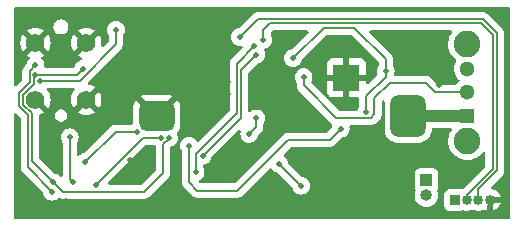
<source format=gbr>
%TF.GenerationSoftware,KiCad,Pcbnew,8.0.6*%
%TF.CreationDate,2025-01-20T01:55:32+01:00*%
%TF.ProjectId,Thermometer_CD_Project,54686572-6d6f-46d6-9574-65725f43445f,rev?*%
%TF.SameCoordinates,Original*%
%TF.FileFunction,Copper,L2,Bot*%
%TF.FilePolarity,Positive*%
%FSLAX46Y46*%
G04 Gerber Fmt 4.6, Leading zero omitted, Abs format (unit mm)*
G04 Created by KiCad (PCBNEW 8.0.6) date 2025-01-20 01:55:32*
%MOMM*%
%LPD*%
G01*
G04 APERTURE LIST*
G04 Aperture macros list*
%AMRoundRect*
0 Rectangle with rounded corners*
0 $1 Rounding radius*
0 $2 $3 $4 $5 $6 $7 $8 $9 X,Y pos of 4 corners*
0 Add a 4 corners polygon primitive as box body*
4,1,4,$2,$3,$4,$5,$6,$7,$8,$9,$2,$3,0*
0 Add four circle primitives for the rounded corners*
1,1,$1+$1,$2,$3*
1,1,$1+$1,$4,$5*
1,1,$1+$1,$6,$7*
1,1,$1+$1,$8,$9*
0 Add four rect primitives between the rounded corners*
20,1,$1+$1,$2,$3,$4,$5,0*
20,1,$1+$1,$4,$5,$6,$7,0*
20,1,$1+$1,$6,$7,$8,$9,0*
20,1,$1+$1,$8,$9,$2,$3,0*%
G04 Aperture macros list end*
%TA.AperFunction,ComponentPad*%
%ADD10C,1.560000*%
%TD*%
%TA.AperFunction,ComponentPad*%
%ADD11R,1.000000X1.000000*%
%TD*%
%TA.AperFunction,ComponentPad*%
%ADD12O,1.000000X1.000000*%
%TD*%
%TA.AperFunction,ComponentPad*%
%ADD13C,0.600000*%
%TD*%
%TA.AperFunction,SMDPad,CuDef*%
%ADD14R,2.300000X2.300000*%
%TD*%
%TA.AperFunction,ComponentPad*%
%ADD15R,0.850000X0.850000*%
%TD*%
%TA.AperFunction,ComponentPad*%
%ADD16O,0.850000X0.850000*%
%TD*%
%TA.AperFunction,ComponentPad*%
%ADD17R,1.300000X1.300000*%
%TD*%
%TA.AperFunction,ComponentPad*%
%ADD18C,1.300000*%
%TD*%
%TA.AperFunction,ComponentPad*%
%ADD19C,2.250000*%
%TD*%
%TA.AperFunction,SMDPad,CuDef*%
%ADD20RoundRect,0.750000X-0.750000X1.050000X-0.750000X-1.050000X0.750000X-1.050000X0.750000X1.050000X0*%
%TD*%
%TA.AperFunction,SMDPad,CuDef*%
%ADD21RoundRect,0.650000X-0.850000X0.650000X-0.850000X-0.650000X0.850000X-0.650000X0.850000X0.650000X0*%
%TD*%
%TA.AperFunction,ViaPad*%
%ADD22C,0.500000*%
%TD*%
%TA.AperFunction,Conductor*%
%ADD23C,0.200000*%
%TD*%
%TA.AperFunction,Conductor*%
%ADD24C,1.000000*%
%TD*%
G04 APERTURE END LIST*
D10*
%TO.P,J3,1,MH1*%
%TO.N,GND*%
X140300000Y-90600000D03*
%TO.P,J3,2,MH2*%
X140300000Y-85800000D03*
%TO.P,J3,3,MH3*%
X144600000Y-90600000D03*
%TO.P,J3,4,MH4*%
X144600000Y-85800000D03*
%TD*%
D11*
%TO.P,J1,1,Pin_1*%
%TO.N,/thermocouple/T+*%
X173400000Y-97430000D03*
D12*
%TO.P,J1,2,Pin_2*%
%TO.N,/thermocouple/T-*%
X173400000Y-98700000D03*
%TD*%
D13*
%TO.P,U4,11,PGND*%
%TO.N,GND*%
X166121000Y-88250000D03*
X166121000Y-89250000D03*
D14*
X166620000Y-88750000D03*
D13*
X166621000Y-88750000D03*
X167121000Y-88250000D03*
X167121000Y-89250000D03*
%TD*%
D15*
%TO.P,U3,1,VDD*%
%TO.N,+3V3*%
X175800000Y-99100000D03*
D16*
%TO.P,U3,2,SCL*%
%TO.N,Net-(U2-IO22)*%
X176800000Y-99100000D03*
%TO.P,U3,3,SDA*%
%TO.N,Net-(U2-IO21)*%
X177800000Y-99100000D03*
%TO.P,U3,4,GND*%
%TO.N,GND*%
X178800000Y-99100000D03*
%TD*%
D17*
%TO.P,S1,1,NO*%
%TO.N,Net-(S1-NO)*%
X176876000Y-92000000D03*
D18*
%TO.P,S1,2,COM*%
%TO.N,Net-(S1-COM)*%
X176876000Y-90000000D03*
%TO.P,S1,3,NC*%
%TO.N,unconnected-(S1-NC-Pad3)*%
X176876000Y-88000000D03*
D19*
%TO.P,S1,4,MH1*%
%TO.N,unconnected-(S1-MH1-Pad4)*%
X176876000Y-94100000D03*
%TO.P,S1,5,MH2*%
%TO.N,unconnected-(S1-MH2-Pad5)*%
X176876000Y-85900000D03*
%TD*%
D20*
%TO.P,J2,1,1*%
%TO.N,Net-(S1-NO)*%
X171850000Y-92000000D03*
D21*
%TO.P,J2,2,2*%
%TO.N,GND*%
X150550000Y-92000000D03*
%TD*%
D22*
%TO.N,GND*%
X148300000Y-95700000D03*
X147300000Y-90300000D03*
X149683381Y-88383381D03*
X155600000Y-90100000D03*
X142900000Y-99200000D03*
X148300000Y-96700000D03*
X155600000Y-89100000D03*
X150319411Y-91960589D03*
X155600000Y-91100000D03*
X156600000Y-89100000D03*
X169400000Y-93900000D03*
X161300000Y-89700000D03*
X154600000Y-88100000D03*
X154600000Y-91100000D03*
X155600000Y-88100000D03*
X153600000Y-90100000D03*
X154600000Y-90100000D03*
X152200000Y-95400000D03*
X156600000Y-90100000D03*
X153600000Y-89100000D03*
X154600000Y-89100000D03*
X149300000Y-96700000D03*
X174435000Y-89365000D03*
X149300000Y-95700000D03*
%TO.N,+3V3*%
X144500000Y-95900000D03*
X168300000Y-91650000D03*
X169950000Y-88150000D03*
X162100000Y-87100000D03*
X148882034Y-93315810D03*
%TO.N,Net-(U2-IO22)*%
X159600000Y-85539376D03*
%TO.N,/PwrG*%
X153300000Y-94500000D03*
X166140000Y-93060000D03*
%TO.N,/MAX_SO*%
X159000000Y-92200000D03*
X160919599Y-96019599D03*
X158400000Y-93500000D03*
X162800000Y-97900000D03*
%TO.N,Net-(U2-IO21)*%
X157600000Y-85300000D03*
%TO.N,Net-(S1-COM)*%
X163000000Y-88700000D03*
%TO.N,VBUS*%
X143500000Y-97600000D03*
X143200000Y-93800000D03*
%TO.N,/connectors/D-*%
X140300000Y-87700000D03*
X145400000Y-97800000D03*
X150902046Y-93839411D03*
X141700000Y-98400000D03*
%TO.N,/connectors/D+*%
X151600000Y-93839411D03*
X144335000Y-87987500D03*
X141800000Y-97600000D03*
X140293947Y-88492433D03*
%TO.N,/RXD_USB*%
X158800000Y-86100000D03*
X153850000Y-96750000D03*
%TO.N,/TXD_USB*%
X154450000Y-95350000D03*
X159000000Y-86800000D03*
%TO.N,Net-(J3-CC1)*%
X140700000Y-89000000D03*
X147102500Y-84700000D03*
%TD*%
D23*
%TO.N,+3V3*%
X164700000Y-84500000D02*
X162100000Y-87100000D01*
X169950000Y-87170000D02*
X167280000Y-84500000D01*
X169950000Y-88150000D02*
X169950000Y-87170000D01*
X169950000Y-88150000D02*
X169950000Y-88650000D01*
X167280000Y-84500000D02*
X164700000Y-84500000D01*
X169950000Y-88650000D02*
X168300000Y-90300000D01*
X148882034Y-93315810D02*
X147084190Y-93315810D01*
X147084190Y-93315810D02*
X144500000Y-95900000D01*
X168300000Y-90300000D02*
X168300000Y-91650000D01*
%TO.N,Net-(U2-IO22)*%
X160150000Y-84150000D02*
X178050000Y-84150000D01*
X179000000Y-96500000D02*
X176800000Y-98700000D01*
X159600000Y-85539376D02*
X159600000Y-84700000D01*
X176800000Y-98700000D02*
X176800000Y-99100000D01*
X159600000Y-84700000D02*
X160150000Y-84150000D01*
X178050000Y-84150000D02*
X179000000Y-85100000D01*
X179000000Y-85100000D02*
X179000000Y-96500000D01*
%TO.N,/PwrG*%
X165200000Y-94000000D02*
X161700000Y-94000000D01*
X157400000Y-98300000D02*
X154000000Y-98300000D01*
X166140000Y-93060000D02*
X165200000Y-94000000D01*
X161700000Y-94000000D02*
X157400000Y-98300000D01*
X154000000Y-98300000D02*
X153300000Y-97600000D01*
X153300000Y-97600000D02*
X153300000Y-94500000D01*
%TO.N,/MAX_SO*%
X158400000Y-93500000D02*
X159000000Y-92900000D01*
X159000000Y-92900000D02*
X159000000Y-92200000D01*
X162800000Y-97900000D02*
X160919599Y-96019599D01*
%TO.N,Net-(U2-IO21)*%
X159100000Y-83800000D02*
X178200000Y-83800000D01*
X179400000Y-96594975D02*
X177800000Y-98194975D01*
X177800000Y-98194975D02*
X177800000Y-99100000D01*
X157600000Y-85300000D02*
X159100000Y-83800000D01*
X179400000Y-85000000D02*
X179400000Y-96594975D01*
X178200000Y-83800000D02*
X179400000Y-85000000D01*
%TO.N,Net-(S1-COM)*%
X165745000Y-92150000D02*
X168700000Y-92150000D01*
X163000000Y-88745000D02*
X163000000Y-88700000D01*
X163000000Y-89405000D02*
X165745000Y-92150000D01*
X169000000Y-90500000D02*
X170300000Y-89200000D01*
X169000000Y-91850000D02*
X169000000Y-90500000D01*
X173350000Y-89200000D02*
X174150000Y-90000000D01*
X168700000Y-92150000D02*
X169000000Y-91850000D01*
X174150000Y-90000000D02*
X176876000Y-90000000D01*
X163000000Y-88700000D02*
X163000000Y-89405000D01*
X170300000Y-89200000D02*
X173350000Y-89200000D01*
D24*
%TO.N,Net-(S1-NO)*%
X176876000Y-92000000D02*
X172900000Y-92000000D01*
D23*
%TO.N,VBUS*%
X143200000Y-97300000D02*
X143500000Y-97600000D01*
X143200000Y-93800000D02*
X143200000Y-97300000D01*
%TO.N,/connectors/D-*%
X149360589Y-93839411D02*
X145400000Y-97800000D01*
X139650000Y-96350000D02*
X139650000Y-91901614D01*
X139650000Y-91901614D02*
X138920000Y-91171614D01*
X139793947Y-89154439D02*
X139793947Y-88206053D01*
X139793947Y-88206053D02*
X140300000Y-87700000D01*
X141700000Y-98400000D02*
X139650000Y-96350000D01*
X138920000Y-91171614D02*
X138920000Y-90028386D01*
X150902046Y-93839411D02*
X149360589Y-93839411D01*
X138920000Y-90028386D02*
X139793947Y-89154439D01*
%TO.N,/connectors/D+*%
X151600000Y-93907107D02*
X151600000Y-93839411D01*
X140293947Y-88492433D02*
X140293947Y-88698946D01*
X143822500Y-88500000D02*
X144335000Y-87987500D01*
X140293947Y-88698946D02*
X140200000Y-88792893D01*
X140293947Y-88492433D02*
X140301514Y-88500000D01*
X139270000Y-90173360D02*
X139270000Y-91026640D01*
X142600000Y-98400000D02*
X149500000Y-98400000D01*
X140000000Y-95800000D02*
X141800000Y-97600000D01*
X151107107Y-96792893D02*
X151107107Y-94400000D01*
X140200000Y-89243360D02*
X139270000Y-90173360D01*
X151107107Y-94400000D02*
X151600000Y-93907107D01*
X140000000Y-91756640D02*
X140000000Y-95800000D01*
X141800000Y-97600000D02*
X142600000Y-98400000D01*
X140301514Y-88500000D02*
X143822500Y-88500000D01*
X149500000Y-98400000D02*
X151107107Y-96792893D01*
X139270000Y-91026640D02*
X140000000Y-91756640D01*
X140200000Y-88792893D02*
X140200000Y-89243360D01*
%TO.N,/RXD_USB*%
X157328229Y-87571771D02*
X158800000Y-86100000D01*
X153850000Y-96750000D02*
X153850000Y-95242893D01*
X153850000Y-95242893D02*
X157328229Y-91764664D01*
X157328229Y-91764664D02*
X157328229Y-87571771D01*
%TO.N,/TXD_USB*%
X154450000Y-95350000D02*
X157678229Y-92121771D01*
X157678229Y-92121771D02*
X157678229Y-88121771D01*
X157678229Y-88121771D02*
X159000000Y-86800000D01*
%TO.N,Net-(J3-CC1)*%
X147102500Y-85927107D02*
X147102500Y-84700000D01*
X140700000Y-89000000D02*
X144029607Y-89000000D01*
X144029607Y-89000000D02*
X147102500Y-85927107D01*
%TD*%
%TA.AperFunction,Conductor*%
%TO.N,GND*%
G36*
X163367942Y-84770185D02*
G01*
X163413697Y-84822989D01*
X163423641Y-84892147D01*
X163394616Y-84955703D01*
X163388584Y-84962181D01*
X162024759Y-86326004D01*
X161963436Y-86359489D01*
X161950966Y-86361543D01*
X161942673Y-86362477D01*
X161931941Y-86363687D01*
X161931940Y-86363687D01*
X161772307Y-86419544D01*
X161772302Y-86419547D01*
X161629115Y-86509518D01*
X161629109Y-86509523D01*
X161509523Y-86629109D01*
X161509518Y-86629115D01*
X161419547Y-86772302D01*
X161419545Y-86772305D01*
X161363685Y-86931943D01*
X161344751Y-87099997D01*
X161344751Y-87100000D01*
X161363685Y-87268056D01*
X161419545Y-87427694D01*
X161419547Y-87427697D01*
X161509518Y-87570884D01*
X161509523Y-87570890D01*
X161629109Y-87690476D01*
X161629115Y-87690481D01*
X161772302Y-87780452D01*
X161772305Y-87780454D01*
X161772309Y-87780455D01*
X161772310Y-87780456D01*
X161792981Y-87787689D01*
X161931943Y-87836314D01*
X162099997Y-87855249D01*
X162100000Y-87855249D01*
X162100003Y-87855249D01*
X162268056Y-87836314D01*
X162268059Y-87836313D01*
X162427690Y-87780456D01*
X162427692Y-87780454D01*
X162427694Y-87780454D01*
X162427697Y-87780452D01*
X162570884Y-87690481D01*
X162570885Y-87690480D01*
X162570890Y-87690477D01*
X162690477Y-87570890D01*
X162690481Y-87570884D01*
X162702249Y-87552155D01*
X164970000Y-87552155D01*
X164970000Y-88500000D01*
X165517446Y-88500000D01*
X165517446Y-88499999D01*
X165797283Y-88220163D01*
X165971000Y-88220163D01*
X165971000Y-88279837D01*
X165993836Y-88334968D01*
X166036032Y-88377164D01*
X166091163Y-88400000D01*
X166150837Y-88400000D01*
X166205968Y-88377164D01*
X166248164Y-88334968D01*
X166271000Y-88279837D01*
X166271000Y-88220163D01*
X166971000Y-88220163D01*
X166971000Y-88279837D01*
X166993836Y-88334968D01*
X167036032Y-88377164D01*
X167091163Y-88400000D01*
X167150837Y-88400000D01*
X167205968Y-88377164D01*
X167248164Y-88334968D01*
X167271000Y-88279837D01*
X167271000Y-88220163D01*
X167248164Y-88165032D01*
X167205968Y-88122836D01*
X167150837Y-88100000D01*
X167091163Y-88100000D01*
X167036032Y-88122836D01*
X166993836Y-88165032D01*
X166971000Y-88220163D01*
X166271000Y-88220163D01*
X166248164Y-88165032D01*
X166205968Y-88122836D01*
X166150837Y-88100000D01*
X166091163Y-88100000D01*
X166036032Y-88122836D01*
X165993836Y-88165032D01*
X165971000Y-88220163D01*
X165797283Y-88220163D01*
X166121000Y-87896447D01*
X166369999Y-87647446D01*
X166370000Y-87647445D01*
X166370000Y-87645446D01*
X166870000Y-87645446D01*
X167121000Y-87896447D01*
X167724553Y-88499999D01*
X167724554Y-88500000D01*
X168270000Y-88500000D01*
X168270000Y-87552172D01*
X168269999Y-87552155D01*
X168263598Y-87492627D01*
X168263596Y-87492620D01*
X168213354Y-87357913D01*
X168213350Y-87357906D01*
X168127190Y-87242812D01*
X168127187Y-87242809D01*
X168012093Y-87156649D01*
X168012086Y-87156645D01*
X167877379Y-87106403D01*
X167877372Y-87106401D01*
X167817844Y-87100000D01*
X166870000Y-87100000D01*
X166870000Y-87645446D01*
X166370000Y-87645446D01*
X166370000Y-87100000D01*
X165422155Y-87100000D01*
X165362627Y-87106401D01*
X165362620Y-87106403D01*
X165227913Y-87156645D01*
X165227906Y-87156649D01*
X165112812Y-87242809D01*
X165112809Y-87242812D01*
X165026649Y-87357906D01*
X165026645Y-87357913D01*
X164976403Y-87492620D01*
X164976401Y-87492627D01*
X164970000Y-87552155D01*
X162702249Y-87552155D01*
X162780452Y-87427697D01*
X162780455Y-87427691D01*
X162780456Y-87427690D01*
X162836313Y-87268059D01*
X162838456Y-87249037D01*
X162865519Y-87184625D01*
X162873985Y-87175248D01*
X164912416Y-85136819D01*
X164973739Y-85103334D01*
X165000097Y-85100500D01*
X166979903Y-85100500D01*
X167046942Y-85120185D01*
X167067584Y-85136819D01*
X169313181Y-87382416D01*
X169346666Y-87443739D01*
X169349500Y-87470097D01*
X169349500Y-87659336D01*
X169330494Y-87725308D01*
X169269545Y-87822307D01*
X169213685Y-87981943D01*
X169194751Y-88149997D01*
X169194751Y-88150002D01*
X169213686Y-88318059D01*
X169213686Y-88318061D01*
X169244725Y-88406762D01*
X169248287Y-88476541D01*
X169215365Y-88535398D01*
X168481681Y-89269083D01*
X168420358Y-89302568D01*
X168350667Y-89297584D01*
X168294733Y-89255712D01*
X168270316Y-89190248D01*
X168270000Y-89181402D01*
X168270000Y-89000000D01*
X167724553Y-89000000D01*
X167121000Y-89603553D01*
X166870000Y-89854552D01*
X166870000Y-90400000D01*
X167575500Y-90400000D01*
X167642539Y-90419685D01*
X167688294Y-90472489D01*
X167699500Y-90524000D01*
X167699500Y-91159336D01*
X167680494Y-91225308D01*
X167619544Y-91322308D01*
X167569106Y-91466454D01*
X167528384Y-91523231D01*
X167463431Y-91548978D01*
X167452064Y-91549500D01*
X166045097Y-91549500D01*
X165978058Y-91529815D01*
X165957416Y-91513181D01*
X164392079Y-89947844D01*
X164970000Y-89947844D01*
X164976401Y-90007372D01*
X164976403Y-90007379D01*
X165026645Y-90142086D01*
X165026649Y-90142093D01*
X165112809Y-90257187D01*
X165112812Y-90257190D01*
X165227906Y-90343350D01*
X165227913Y-90343354D01*
X165362620Y-90393596D01*
X165362627Y-90393598D01*
X165422155Y-90399999D01*
X165422172Y-90400000D01*
X166370000Y-90400000D01*
X166370000Y-89852553D01*
X166121000Y-89603553D01*
X165737609Y-89220163D01*
X165971000Y-89220163D01*
X165971000Y-89279837D01*
X165993836Y-89334968D01*
X166036032Y-89377164D01*
X166091163Y-89400000D01*
X166150837Y-89400000D01*
X166205968Y-89377164D01*
X166248164Y-89334968D01*
X166271000Y-89279837D01*
X166271000Y-89220163D01*
X166971000Y-89220163D01*
X166971000Y-89279837D01*
X166993836Y-89334968D01*
X167036032Y-89377164D01*
X167091163Y-89400000D01*
X167150837Y-89400000D01*
X167205968Y-89377164D01*
X167248164Y-89334968D01*
X167271000Y-89279837D01*
X167271000Y-89220163D01*
X167248164Y-89165032D01*
X167205968Y-89122836D01*
X167150837Y-89100000D01*
X167091163Y-89100000D01*
X167036032Y-89122836D01*
X166993836Y-89165032D01*
X166971000Y-89220163D01*
X166271000Y-89220163D01*
X166248164Y-89165032D01*
X166205968Y-89122836D01*
X166150837Y-89100000D01*
X166091163Y-89100000D01*
X166036032Y-89122836D01*
X165993836Y-89165032D01*
X165971000Y-89220163D01*
X165737609Y-89220163D01*
X165517446Y-89000000D01*
X164970000Y-89000000D01*
X164970000Y-89947844D01*
X164392079Y-89947844D01*
X163669911Y-89225676D01*
X163636426Y-89164353D01*
X163641410Y-89094661D01*
X163652595Y-89072030D01*
X163680456Y-89027690D01*
X163736313Y-88868059D01*
X163752977Y-88720163D01*
X166471000Y-88720163D01*
X166471000Y-88779837D01*
X166493836Y-88834968D01*
X166536032Y-88877164D01*
X166591163Y-88900000D01*
X166650837Y-88900000D01*
X166705968Y-88877164D01*
X166748164Y-88834968D01*
X166771000Y-88779837D01*
X166771000Y-88720163D01*
X166748164Y-88665032D01*
X166705968Y-88622836D01*
X166650837Y-88600000D01*
X166591163Y-88600000D01*
X166536032Y-88622836D01*
X166493836Y-88665032D01*
X166471000Y-88720163D01*
X163752977Y-88720163D01*
X163755249Y-88700000D01*
X163749531Y-88649250D01*
X163736314Y-88531943D01*
X163680454Y-88372305D01*
X163680452Y-88372302D01*
X163590481Y-88229115D01*
X163590476Y-88229109D01*
X163470890Y-88109523D01*
X163470884Y-88109518D01*
X163327697Y-88019547D01*
X163327694Y-88019545D01*
X163168056Y-87963685D01*
X163000003Y-87944751D01*
X162999997Y-87944751D01*
X162831943Y-87963685D01*
X162672305Y-88019545D01*
X162672302Y-88019547D01*
X162529115Y-88109518D01*
X162529109Y-88109523D01*
X162409523Y-88229109D01*
X162409518Y-88229115D01*
X162319547Y-88372302D01*
X162319545Y-88372305D01*
X162263685Y-88531943D01*
X162244751Y-88699997D01*
X162244751Y-88700002D01*
X162263686Y-88868057D01*
X162319544Y-89027690D01*
X162380493Y-89124689D01*
X162399500Y-89190662D01*
X162399500Y-89318330D01*
X162399499Y-89318348D01*
X162399499Y-89484054D01*
X162399498Y-89484054D01*
X162440423Y-89636786D01*
X162453634Y-89659666D01*
X162453635Y-89659671D01*
X162453636Y-89659671D01*
X162519475Y-89773709D01*
X162519481Y-89773717D01*
X162638349Y-89892585D01*
X162638355Y-89892590D01*
X165260139Y-92514374D01*
X165260149Y-92514385D01*
X165264479Y-92518715D01*
X165264480Y-92518716D01*
X165376284Y-92630520D01*
X165376286Y-92630521D01*
X165376287Y-92630522D01*
X165386208Y-92636250D01*
X165434424Y-92686817D01*
X165447647Y-92755424D01*
X165441250Y-92784591D01*
X165403687Y-92891940D01*
X165403687Y-92891942D01*
X165401543Y-92910966D01*
X165374473Y-92975379D01*
X165366005Y-92984758D01*
X164987582Y-93363182D01*
X164926262Y-93396666D01*
X164899903Y-93399500D01*
X161779057Y-93399500D01*
X161620942Y-93399500D01*
X161468215Y-93440423D01*
X161442050Y-93455529D01*
X161435038Y-93459578D01*
X161435037Y-93459577D01*
X161331287Y-93519477D01*
X161331282Y-93519481D01*
X161266139Y-93584625D01*
X161219480Y-93631284D01*
X161219478Y-93631286D01*
X159200043Y-95650722D01*
X157187584Y-97663181D01*
X157126261Y-97696666D01*
X157099903Y-97699500D01*
X154300097Y-97699500D01*
X154233058Y-97679815D01*
X154212416Y-97663181D01*
X154166043Y-97616808D01*
X154132558Y-97555485D01*
X154137542Y-97485793D01*
X154179414Y-97429860D01*
X154187741Y-97424139D01*
X154320890Y-97340477D01*
X154440477Y-97220890D01*
X154441323Y-97219544D01*
X154530452Y-97077697D01*
X154530454Y-97077694D01*
X154530454Y-97077692D01*
X154530456Y-97077690D01*
X154586313Y-96918059D01*
X154586313Y-96918058D01*
X154586314Y-96918056D01*
X154605249Y-96750002D01*
X154605249Y-96749997D01*
X154586314Y-96581943D01*
X154563209Y-96515913D01*
X154530456Y-96422310D01*
X154483317Y-96347289D01*
X154469506Y-96325308D01*
X154450500Y-96259336D01*
X154450500Y-96216005D01*
X154470185Y-96148966D01*
X154522989Y-96103211D01*
X154560618Y-96092785D01*
X154618056Y-96086314D01*
X154670226Y-96068059D01*
X154777690Y-96030456D01*
X154777693Y-96030453D01*
X154777697Y-96030452D01*
X154920884Y-95940481D01*
X154920885Y-95940480D01*
X154920890Y-95940477D01*
X155040477Y-95820890D01*
X155097257Y-95730526D01*
X155130452Y-95677697D01*
X155130455Y-95677691D01*
X155130456Y-95677690D01*
X155186313Y-95518059D01*
X155188456Y-95499037D01*
X155215519Y-95434625D01*
X155223985Y-95425248D01*
X157465982Y-93183251D01*
X157527303Y-93149768D01*
X157596995Y-93154752D01*
X157652928Y-93196624D01*
X157677345Y-93262088D01*
X157670703Y-93311887D01*
X157663686Y-93331940D01*
X157644751Y-93499997D01*
X157644751Y-93500002D01*
X157663685Y-93668056D01*
X157719545Y-93827694D01*
X157719547Y-93827697D01*
X157809518Y-93970884D01*
X157809523Y-93970890D01*
X157929109Y-94090476D01*
X157929115Y-94090481D01*
X158072302Y-94180452D01*
X158072305Y-94180454D01*
X158072309Y-94180455D01*
X158072310Y-94180456D01*
X158144913Y-94205860D01*
X158231943Y-94236314D01*
X158399997Y-94255249D01*
X158400000Y-94255249D01*
X158400003Y-94255249D01*
X158568056Y-94236314D01*
X158571537Y-94235096D01*
X158727690Y-94180456D01*
X158727692Y-94180454D01*
X158727694Y-94180454D01*
X158727697Y-94180452D01*
X158870884Y-94090481D01*
X158870885Y-94090480D01*
X158870890Y-94090477D01*
X158990477Y-93970890D01*
X159022988Y-93919149D01*
X159080452Y-93827697D01*
X159080455Y-93827691D01*
X159080456Y-93827690D01*
X159136313Y-93668059D01*
X159138456Y-93649037D01*
X159165519Y-93584625D01*
X159173985Y-93575248D01*
X159358506Y-93390728D01*
X159358511Y-93390724D01*
X159368714Y-93380520D01*
X159368716Y-93380520D01*
X159480520Y-93268716D01*
X159543890Y-93158955D01*
X159559577Y-93131785D01*
X159600500Y-92979057D01*
X159600500Y-92820943D01*
X159600500Y-92690662D01*
X159619507Y-92624689D01*
X159633580Y-92602292D01*
X159680456Y-92527690D01*
X159736313Y-92368059D01*
X159753140Y-92218716D01*
X159755249Y-92200002D01*
X159755249Y-92199997D01*
X159736314Y-92031943D01*
X159704066Y-91939783D01*
X159680456Y-91872310D01*
X159680455Y-91872309D01*
X159680454Y-91872305D01*
X159680452Y-91872302D01*
X159590481Y-91729115D01*
X159590476Y-91729109D01*
X159470890Y-91609523D01*
X159470884Y-91609518D01*
X159327697Y-91519547D01*
X159327694Y-91519545D01*
X159168056Y-91463685D01*
X159000003Y-91444751D01*
X158999997Y-91444751D01*
X158831943Y-91463685D01*
X158672305Y-91519545D01*
X158672302Y-91519547D01*
X158529115Y-91609518D01*
X158529109Y-91609523D01*
X158490410Y-91648223D01*
X158429087Y-91681708D01*
X158359395Y-91676724D01*
X158303462Y-91634852D01*
X158279045Y-91569388D01*
X158278729Y-91560542D01*
X158278729Y-88421867D01*
X158298414Y-88354828D01*
X158315044Y-88334190D01*
X159075240Y-87573993D01*
X159136561Y-87540510D01*
X159149024Y-87538457D01*
X159168059Y-87536313D01*
X159327690Y-87480456D01*
X159327693Y-87480453D01*
X159327697Y-87480452D01*
X159470884Y-87390481D01*
X159470885Y-87390480D01*
X159470890Y-87390477D01*
X159590477Y-87270890D01*
X159599184Y-87257033D01*
X159680452Y-87127697D01*
X159680454Y-87127694D01*
X159680454Y-87127692D01*
X159680456Y-87127690D01*
X159736313Y-86968059D01*
X159736313Y-86968058D01*
X159736314Y-86968056D01*
X159755249Y-86800002D01*
X159755249Y-86799997D01*
X159736314Y-86631943D01*
X159693477Y-86509523D01*
X159680456Y-86472310D01*
X159675865Y-86465003D01*
X159656865Y-86397766D01*
X159677233Y-86330931D01*
X159730501Y-86285717D01*
X159761297Y-86277354D01*
X159761271Y-86277239D01*
X159764098Y-86276593D01*
X159766983Y-86275810D01*
X159768059Y-86275689D01*
X159927690Y-86219832D01*
X159927692Y-86219830D01*
X159927694Y-86219830D01*
X159927697Y-86219828D01*
X160070884Y-86129857D01*
X160070885Y-86129856D01*
X160070890Y-86129853D01*
X160190477Y-86010266D01*
X160190481Y-86010260D01*
X160280452Y-85867073D01*
X160280454Y-85867070D01*
X160280454Y-85867068D01*
X160280456Y-85867066D01*
X160336313Y-85707435D01*
X160336313Y-85707434D01*
X160336314Y-85707432D01*
X160355249Y-85539378D01*
X160355249Y-85539373D01*
X160336314Y-85371319D01*
X160304360Y-85280000D01*
X160280456Y-85211686D01*
X160247827Y-85159757D01*
X160219506Y-85114684D01*
X160200500Y-85048712D01*
X160200500Y-85000097D01*
X160220185Y-84933058D01*
X160236819Y-84912416D01*
X160362416Y-84786819D01*
X160423739Y-84753334D01*
X160450097Y-84750500D01*
X163300903Y-84750500D01*
X163367942Y-84770185D01*
G37*
%TD.AperFunction*%
%TA.AperFunction,Conductor*%
G36*
X175519605Y-84770185D02*
G01*
X175565360Y-84822989D01*
X175575304Y-84892147D01*
X175558293Y-84939290D01*
X175423190Y-85159757D01*
X175423188Y-85159760D01*
X175325279Y-85396135D01*
X175298057Y-85509523D01*
X175269686Y-85627697D01*
X175265547Y-85644935D01*
X175245474Y-85900000D01*
X175265547Y-86155064D01*
X175265547Y-86155067D01*
X175265548Y-86155070D01*
X175315633Y-86363687D01*
X175325279Y-86403864D01*
X175423188Y-86640239D01*
X175423190Y-86640242D01*
X175556875Y-86858396D01*
X175556878Y-86858401D01*
X175723044Y-87052956D01*
X175893486Y-87198527D01*
X175931680Y-87257033D01*
X175932179Y-87326901D01*
X175911910Y-87367542D01*
X175893634Y-87391743D01*
X175798596Y-87582605D01*
X175798596Y-87582607D01*
X175740244Y-87787689D01*
X175731708Y-87879815D01*
X175720571Y-88000000D01*
X175740244Y-88212310D01*
X175785766Y-88372302D01*
X175798596Y-88417392D01*
X175798596Y-88417394D01*
X175893632Y-88608253D01*
X176022127Y-88778406D01*
X176164682Y-88908363D01*
X176200963Y-88968075D01*
X176199202Y-89037922D01*
X176164682Y-89091637D01*
X176022127Y-89221593D01*
X175924987Y-89350227D01*
X175868878Y-89391863D01*
X175826033Y-89399500D01*
X174450097Y-89399500D01*
X174383058Y-89379815D01*
X174362416Y-89363181D01*
X173837590Y-88838355D01*
X173837588Y-88838352D01*
X173718717Y-88719481D01*
X173718709Y-88719475D01*
X173597076Y-88649251D01*
X173597073Y-88649250D01*
X173581785Y-88640423D01*
X173429057Y-88599499D01*
X173270943Y-88599499D01*
X173263347Y-88599499D01*
X173263331Y-88599500D01*
X170762595Y-88599500D01*
X170695556Y-88579815D01*
X170649801Y-88527011D01*
X170639857Y-88457853D01*
X170645553Y-88434546D01*
X170667330Y-88372310D01*
X170686313Y-88318059D01*
X170705249Y-88150000D01*
X170705249Y-88149997D01*
X170686314Y-87981943D01*
X170672904Y-87943621D01*
X170630456Y-87822310D01*
X170569646Y-87725531D01*
X170569506Y-87725308D01*
X170550500Y-87659336D01*
X170550500Y-87090943D01*
X170550499Y-87090939D01*
X170548349Y-87082917D01*
X170540322Y-87052956D01*
X170509577Y-86938215D01*
X170458357Y-86849500D01*
X170430520Y-86801284D01*
X170318716Y-86689480D01*
X170318715Y-86689479D01*
X170314385Y-86685149D01*
X170314374Y-86685139D01*
X168591416Y-84962181D01*
X168557931Y-84900858D01*
X168562915Y-84831166D01*
X168604787Y-84775233D01*
X168670251Y-84750816D01*
X168679097Y-84750500D01*
X175452566Y-84750500D01*
X175519605Y-84770185D01*
G37*
%TD.AperFunction*%
%TA.AperFunction,Conductor*%
G36*
X180392539Y-82770185D02*
G01*
X180438294Y-82822989D01*
X180449500Y-82874500D01*
X180449500Y-100625500D01*
X180429815Y-100692539D01*
X180377011Y-100738294D01*
X180325500Y-100749500D01*
X138574500Y-100749500D01*
X138507461Y-100729815D01*
X138461706Y-100677011D01*
X138450500Y-100625500D01*
X138450500Y-91850711D01*
X138470185Y-91783672D01*
X138522989Y-91737917D01*
X138592147Y-91727973D01*
X138655703Y-91756998D01*
X138662181Y-91763030D01*
X139013181Y-92114030D01*
X139046666Y-92175353D01*
X139049500Y-92201711D01*
X139049500Y-96263330D01*
X139049499Y-96263348D01*
X139049499Y-96429054D01*
X139049498Y-96429054D01*
X139059804Y-96467516D01*
X139090423Y-96581785D01*
X139090424Y-96581787D01*
X139090423Y-96581787D01*
X139103538Y-96604501D01*
X139103539Y-96604503D01*
X139169475Y-96718709D01*
X139169481Y-96718717D01*
X139288349Y-96837585D01*
X139288355Y-96837590D01*
X140926004Y-98475240D01*
X140959489Y-98536563D01*
X140961543Y-98549033D01*
X140963687Y-98568057D01*
X140963687Y-98568059D01*
X141019544Y-98727692D01*
X141019547Y-98727697D01*
X141109518Y-98870884D01*
X141109523Y-98870890D01*
X141229109Y-98990476D01*
X141229115Y-98990481D01*
X141372302Y-99080452D01*
X141372305Y-99080454D01*
X141372309Y-99080455D01*
X141372310Y-99080456D01*
X141428161Y-99099999D01*
X141531943Y-99136314D01*
X141699997Y-99155249D01*
X141700000Y-99155249D01*
X141700003Y-99155249D01*
X141868056Y-99136314D01*
X141868059Y-99136313D01*
X142027690Y-99080456D01*
X142170890Y-98990477D01*
X142195425Y-98965941D01*
X142256747Y-98932456D01*
X142326439Y-98937439D01*
X142345107Y-98946235D01*
X142368215Y-98959577D01*
X142520943Y-99000501D01*
X142520946Y-99000501D01*
X142686653Y-99000501D01*
X142686669Y-99000500D01*
X149413331Y-99000500D01*
X149413347Y-99000501D01*
X149420943Y-99000501D01*
X149579054Y-99000501D01*
X149579057Y-99000501D01*
X149731785Y-98959577D01*
X149781904Y-98930639D01*
X149868716Y-98880520D01*
X149980520Y-98768716D01*
X149980520Y-98768714D01*
X149990728Y-98758507D01*
X149990729Y-98758504D01*
X151587627Y-97161609D01*
X151666684Y-97024677D01*
X151707608Y-96871950D01*
X151707608Y-96713835D01*
X151707608Y-96706240D01*
X151707607Y-96706222D01*
X151707607Y-94700097D01*
X151727292Y-94633058D01*
X151743926Y-94612416D01*
X151767365Y-94588977D01*
X151814092Y-94559616D01*
X151927690Y-94519867D01*
X151927692Y-94519866D01*
X151927697Y-94519863D01*
X151959313Y-94499997D01*
X152544751Y-94499997D01*
X152544751Y-94500002D01*
X152563686Y-94668057D01*
X152619544Y-94827690D01*
X152680493Y-94924689D01*
X152699500Y-94990662D01*
X152699500Y-97513330D01*
X152699499Y-97513348D01*
X152699499Y-97679054D01*
X152699498Y-97679054D01*
X152699499Y-97679057D01*
X152740423Y-97831785D01*
X152740424Y-97831786D01*
X152756468Y-97859577D01*
X152756469Y-97859578D01*
X152819475Y-97968709D01*
X152819481Y-97968717D01*
X152938349Y-98087585D01*
X152938355Y-98087590D01*
X153515139Y-98664374D01*
X153515149Y-98664385D01*
X153519479Y-98668715D01*
X153519480Y-98668716D01*
X153631284Y-98780520D01*
X153631286Y-98780521D01*
X153631290Y-98780524D01*
X153751626Y-98849999D01*
X153768216Y-98859577D01*
X153848493Y-98881087D01*
X153920942Y-98900500D01*
X153920943Y-98900500D01*
X157313331Y-98900500D01*
X157313347Y-98900501D01*
X157320943Y-98900501D01*
X157479054Y-98900501D01*
X157479057Y-98900501D01*
X157631785Y-98859577D01*
X157681904Y-98830639D01*
X157768716Y-98780520D01*
X157849236Y-98700000D01*
X172394659Y-98700000D01*
X172413975Y-98896129D01*
X172413976Y-98896132D01*
X172469890Y-99080456D01*
X172471188Y-99084733D01*
X172564086Y-99258532D01*
X172564090Y-99258539D01*
X172689116Y-99410883D01*
X172841460Y-99535909D01*
X172841467Y-99535913D01*
X173015266Y-99628811D01*
X173015269Y-99628811D01*
X173015273Y-99628814D01*
X173203868Y-99686024D01*
X173400000Y-99705341D01*
X173596132Y-99686024D01*
X173784727Y-99628814D01*
X173958538Y-99535910D01*
X174110883Y-99410883D01*
X174235910Y-99258538D01*
X174301241Y-99136313D01*
X174328811Y-99084733D01*
X174328811Y-99084732D01*
X174328814Y-99084727D01*
X174386024Y-98896132D01*
X174405341Y-98700000D01*
X174386024Y-98503868D01*
X174328814Y-98315273D01*
X174327677Y-98313146D01*
X174327418Y-98311904D01*
X174326483Y-98309645D01*
X174326911Y-98309467D01*
X174313435Y-98244746D01*
X174337771Y-98180379D01*
X174343796Y-98172331D01*
X174394091Y-98037483D01*
X174400500Y-97977873D01*
X174400499Y-96882128D01*
X174394091Y-96822517D01*
X174383303Y-96793594D01*
X174343797Y-96687671D01*
X174343793Y-96687664D01*
X174257547Y-96572455D01*
X174257544Y-96572452D01*
X174142335Y-96486206D01*
X174142328Y-96486202D01*
X174007482Y-96435908D01*
X174007483Y-96435908D01*
X173947883Y-96429501D01*
X173947881Y-96429500D01*
X173947873Y-96429500D01*
X173947864Y-96429500D01*
X172852129Y-96429500D01*
X172852123Y-96429501D01*
X172792516Y-96435908D01*
X172657671Y-96486202D01*
X172657664Y-96486206D01*
X172542455Y-96572452D01*
X172542452Y-96572455D01*
X172456206Y-96687664D01*
X172456202Y-96687671D01*
X172405908Y-96822517D01*
X172400594Y-96871948D01*
X172399501Y-96882123D01*
X172399500Y-96882135D01*
X172399500Y-97977870D01*
X172399501Y-97977876D01*
X172405908Y-98037483D01*
X172456202Y-98172328D01*
X172456204Y-98172331D01*
X172462231Y-98180382D01*
X172486648Y-98245846D01*
X172473105Y-98309470D01*
X172473518Y-98309641D01*
X172472595Y-98311869D01*
X172472324Y-98313143D01*
X172471188Y-98315267D01*
X172471186Y-98315272D01*
X172471186Y-98315273D01*
X172454315Y-98370890D01*
X172413975Y-98503870D01*
X172394659Y-98700000D01*
X157849236Y-98700000D01*
X157880520Y-98668716D01*
X157880520Y-98668714D01*
X157890728Y-98658507D01*
X157890730Y-98658504D01*
X160114842Y-96434391D01*
X160176163Y-96400908D01*
X160245855Y-96405892D01*
X160301788Y-96447764D01*
X160307514Y-96456101D01*
X160329120Y-96490486D01*
X160329122Y-96490489D01*
X160448708Y-96610075D01*
X160448714Y-96610080D01*
X160591901Y-96700051D01*
X160591907Y-96700054D01*
X160591909Y-96700055D01*
X160751540Y-96755912D01*
X160770560Y-96758054D01*
X160834972Y-96785119D01*
X160844359Y-96793594D01*
X162026004Y-97975240D01*
X162059489Y-98036563D01*
X162061543Y-98049033D01*
X162063687Y-98068057D01*
X162063687Y-98068059D01*
X162119544Y-98227692D01*
X162119547Y-98227697D01*
X162209518Y-98370884D01*
X162209523Y-98370890D01*
X162329109Y-98490476D01*
X162329115Y-98490481D01*
X162472302Y-98580452D01*
X162472305Y-98580454D01*
X162472309Y-98580455D01*
X162472310Y-98580456D01*
X162544913Y-98605860D01*
X162631943Y-98636314D01*
X162799997Y-98655249D01*
X162800000Y-98655249D01*
X162800003Y-98655249D01*
X162968056Y-98636314D01*
X162994311Y-98627127D01*
X163127690Y-98580456D01*
X163127692Y-98580454D01*
X163127694Y-98580454D01*
X163127697Y-98580452D01*
X163270884Y-98490481D01*
X163270885Y-98490480D01*
X163270890Y-98490477D01*
X163390477Y-98370890D01*
X163424053Y-98317455D01*
X163480452Y-98227697D01*
X163480454Y-98227694D01*
X163480454Y-98227692D01*
X163480456Y-98227690D01*
X163536313Y-98068059D01*
X163536313Y-98068058D01*
X163536314Y-98068056D01*
X163555249Y-97900002D01*
X163555249Y-97899997D01*
X163536314Y-97731943D01*
X163490144Y-97599997D01*
X163480456Y-97572310D01*
X163480455Y-97572309D01*
X163480454Y-97572305D01*
X163480452Y-97572302D01*
X163390481Y-97429115D01*
X163390476Y-97429109D01*
X163270890Y-97309523D01*
X163270884Y-97309518D01*
X163127697Y-97219547D01*
X163127692Y-97219544D01*
X163021269Y-97182306D01*
X162968059Y-97163687D01*
X162955748Y-97162299D01*
X162949033Y-97161543D01*
X162884620Y-97134474D01*
X162875240Y-97126004D01*
X161693594Y-95944359D01*
X161660109Y-95883036D01*
X161658056Y-95870572D01*
X161655912Y-95851540D01*
X161600055Y-95691909D01*
X161600054Y-95691907D01*
X161600051Y-95691901D01*
X161510080Y-95548714D01*
X161510075Y-95548708D01*
X161390489Y-95429122D01*
X161390486Y-95429120D01*
X161356101Y-95407514D01*
X161309810Y-95355179D01*
X161299163Y-95286126D01*
X161327538Y-95222277D01*
X161334379Y-95214854D01*
X161912416Y-94636819D01*
X161973739Y-94603334D01*
X162000097Y-94600500D01*
X165113331Y-94600500D01*
X165113347Y-94600501D01*
X165120943Y-94600501D01*
X165279054Y-94600501D01*
X165279057Y-94600501D01*
X165431785Y-94559577D01*
X165500564Y-94519867D01*
X165513498Y-94512400D01*
X165568709Y-94480524D01*
X165568708Y-94480524D01*
X165568716Y-94480520D01*
X165680520Y-94368716D01*
X165680520Y-94368714D01*
X165690724Y-94358511D01*
X165690727Y-94358506D01*
X166215241Y-93833993D01*
X166276562Y-93800510D01*
X166289026Y-93798457D01*
X166308059Y-93796313D01*
X166467690Y-93740456D01*
X166467693Y-93740453D01*
X166467697Y-93740452D01*
X166610884Y-93650481D01*
X166610885Y-93650480D01*
X166610890Y-93650477D01*
X166730477Y-93530890D01*
X166730481Y-93530884D01*
X166820452Y-93387697D01*
X166820454Y-93387694D01*
X166820454Y-93387692D01*
X166820456Y-93387690D01*
X166876313Y-93228059D01*
X166876313Y-93228058D01*
X166876314Y-93228056D01*
X166895249Y-93060002D01*
X166895249Y-93059996D01*
X166875913Y-92888383D01*
X166887967Y-92819562D01*
X166935317Y-92768182D01*
X166999133Y-92750500D01*
X168613331Y-92750500D01*
X168613347Y-92750501D01*
X168620943Y-92750501D01*
X168779054Y-92750501D01*
X168779057Y-92750501D01*
X168931785Y-92709577D01*
X168998792Y-92670890D01*
X169068716Y-92630520D01*
X169180520Y-92518716D01*
X169180520Y-92518714D01*
X169190724Y-92508511D01*
X169190728Y-92508506D01*
X169358506Y-92340728D01*
X169358511Y-92340724D01*
X169368714Y-92330520D01*
X169368716Y-92330520D01*
X169480520Y-92218716D01*
X169536999Y-92120890D01*
X169559577Y-92081785D01*
X169600500Y-91929057D01*
X169600500Y-91770943D01*
X169600500Y-90800096D01*
X169620185Y-90733057D01*
X169636815Y-90712419D01*
X169644809Y-90704424D01*
X169706131Y-90670941D01*
X169775823Y-90675925D01*
X169831756Y-90717797D01*
X169856173Y-90783261D01*
X169856107Y-90801836D01*
X169849500Y-90885777D01*
X169849500Y-93114208D01*
X169849501Y-93114223D01*
X169859904Y-93246413D01*
X169859905Y-93246420D01*
X169914902Y-93464678D01*
X169914903Y-93464681D01*
X170007991Y-93669622D01*
X170007997Y-93669632D01*
X170136174Y-93854645D01*
X170136178Y-93854650D01*
X170136181Y-93854654D01*
X170295346Y-94013819D01*
X170295350Y-94013822D01*
X170295354Y-94013825D01*
X170405995Y-94090477D01*
X170480374Y-94142007D01*
X170685317Y-94235096D01*
X170685321Y-94235097D01*
X170903579Y-94290094D01*
X170903581Y-94290094D01*
X170903588Y-94290096D01*
X171035783Y-94300500D01*
X172664216Y-94300499D01*
X172796412Y-94290096D01*
X173014683Y-94235096D01*
X173219626Y-94142007D01*
X173404654Y-94013819D01*
X173563819Y-93854654D01*
X173692007Y-93669626D01*
X173785096Y-93464683D01*
X173840096Y-93246412D01*
X173850456Y-93114769D01*
X173875340Y-93049483D01*
X173931571Y-93008012D01*
X173974074Y-93000500D01*
X175421926Y-93000500D01*
X175488965Y-93020185D01*
X175534720Y-93072989D01*
X175544664Y-93142147D01*
X175527653Y-93189290D01*
X175423190Y-93359757D01*
X175423188Y-93359760D01*
X175325279Y-93596135D01*
X175307636Y-93669622D01*
X175269686Y-93827697D01*
X175265547Y-93844935D01*
X175245474Y-94100000D01*
X175265547Y-94355064D01*
X175265547Y-94355067D01*
X175265548Y-94355070D01*
X175314656Y-94559616D01*
X175325279Y-94603864D01*
X175423188Y-94840239D01*
X175423190Y-94840242D01*
X175556875Y-95058396D01*
X175556878Y-95058401D01*
X175632200Y-95146591D01*
X175723044Y-95252956D01*
X175809097Y-95326452D01*
X175917598Y-95419121D01*
X175917600Y-95419122D01*
X175917601Y-95419123D01*
X176048014Y-95499040D01*
X176135757Y-95552809D01*
X176135760Y-95552811D01*
X176372135Y-95650720D01*
X176372140Y-95650722D01*
X176620930Y-95710452D01*
X176876000Y-95730526D01*
X177131070Y-95710452D01*
X177379860Y-95650722D01*
X177532289Y-95587584D01*
X177616239Y-95552811D01*
X177616240Y-95552810D01*
X177616243Y-95552809D01*
X177834399Y-95419123D01*
X178028956Y-95252956D01*
X178181210Y-95074688D01*
X178239717Y-95036496D01*
X178309584Y-95035997D01*
X178368631Y-95073351D01*
X178398109Y-95136698D01*
X178399500Y-95155221D01*
X178399500Y-96199902D01*
X178379815Y-96266941D01*
X178363181Y-96287583D01*
X176488886Y-98161877D01*
X176427563Y-98195362D01*
X176357872Y-98190378D01*
X176332487Y-98180910D01*
X176332480Y-98180908D01*
X176272883Y-98174501D01*
X176272881Y-98174500D01*
X176272873Y-98174500D01*
X176272864Y-98174500D01*
X175327129Y-98174500D01*
X175327123Y-98174501D01*
X175267516Y-98180908D01*
X175132671Y-98231202D01*
X175132664Y-98231206D01*
X175017455Y-98317452D01*
X175017452Y-98317455D01*
X174931206Y-98432664D01*
X174931202Y-98432671D01*
X174880908Y-98567517D01*
X174874501Y-98627116D01*
X174874500Y-98627135D01*
X174874500Y-99572870D01*
X174874501Y-99572876D01*
X174880908Y-99632483D01*
X174931202Y-99767328D01*
X174931206Y-99767335D01*
X175017452Y-99882544D01*
X175017455Y-99882547D01*
X175132664Y-99968793D01*
X175132671Y-99968797D01*
X175267517Y-100019091D01*
X175267516Y-100019091D01*
X175274444Y-100019835D01*
X175327127Y-100025500D01*
X176272872Y-100025499D01*
X176332483Y-100019091D01*
X176424530Y-99984759D01*
X176494218Y-99979776D01*
X176506039Y-99983678D01*
X176506246Y-99983042D01*
X176512426Y-99985049D01*
X176512429Y-99985051D01*
X176702726Y-100025500D01*
X176897274Y-100025500D01*
X177087566Y-99985052D01*
X177087565Y-99985052D01*
X177087571Y-99985051D01*
X177249569Y-99912925D01*
X177318815Y-99903642D01*
X177350425Y-99912922D01*
X177512429Y-99985051D01*
X177512432Y-99985051D01*
X177512433Y-99985052D01*
X177702726Y-100025500D01*
X177897274Y-100025500D01*
X178087566Y-99985052D01*
X178087565Y-99985052D01*
X178087571Y-99985051D01*
X178250184Y-99912651D01*
X178319429Y-99903368D01*
X178351051Y-99912653D01*
X178512585Y-99984573D01*
X178549999Y-99992524D01*
X178550000Y-99992524D01*
X179050000Y-99992524D01*
X179087412Y-99984573D01*
X179265049Y-99905484D01*
X179422357Y-99791192D01*
X179422360Y-99791190D01*
X179552463Y-99646694D01*
X179649682Y-99478307D01*
X179649683Y-99478306D01*
X179691372Y-99350000D01*
X179050000Y-99350000D01*
X179050000Y-99992524D01*
X178550000Y-99992524D01*
X178550000Y-99685189D01*
X178566613Y-99623189D01*
X178650142Y-99478511D01*
X178650143Y-99478510D01*
X178650209Y-99478307D01*
X178698822Y-99328689D01*
X178750272Y-99350000D01*
X178849728Y-99350000D01*
X178941614Y-99311940D01*
X179011940Y-99241614D01*
X179050000Y-99149728D01*
X179050000Y-99050272D01*
X179011940Y-98958386D01*
X178941614Y-98888060D01*
X178849728Y-98850000D01*
X179691372Y-98850000D01*
X179691371Y-98849999D01*
X179649683Y-98721693D01*
X179649682Y-98721692D01*
X179552463Y-98553305D01*
X179552464Y-98553305D01*
X179422360Y-98408809D01*
X179422357Y-98408807D01*
X179265049Y-98294515D01*
X179087412Y-98215426D01*
X178932566Y-98182512D01*
X178871084Y-98149319D01*
X178837308Y-98088156D01*
X178841960Y-98018442D01*
X178870661Y-97973548D01*
X179880520Y-96963691D01*
X179959577Y-96826759D01*
X180000501Y-96674032D01*
X180000501Y-96515917D01*
X180000501Y-96508322D01*
X180000500Y-96508304D01*
X180000500Y-84920945D01*
X180000499Y-84920941D01*
X179986329Y-84868057D01*
X179976260Y-84830476D01*
X179959577Y-84768215D01*
X179908814Y-84680291D01*
X179880520Y-84631284D01*
X179768716Y-84519480D01*
X179768715Y-84519479D01*
X179764385Y-84515149D01*
X179764374Y-84515139D01*
X178687590Y-83438355D01*
X178687588Y-83438352D01*
X178568717Y-83319481D01*
X178568716Y-83319480D01*
X178481904Y-83269360D01*
X178481904Y-83269359D01*
X178481900Y-83269358D01*
X178431785Y-83240423D01*
X178279057Y-83199499D01*
X178120943Y-83199499D01*
X178113347Y-83199499D01*
X178113331Y-83199500D01*
X159020940Y-83199500D01*
X158980019Y-83210464D01*
X158980019Y-83210465D01*
X158942751Y-83220451D01*
X158868214Y-83240423D01*
X158868209Y-83240426D01*
X158731290Y-83319475D01*
X158731282Y-83319481D01*
X158619478Y-83431286D01*
X157524759Y-84526004D01*
X157463436Y-84559489D01*
X157450966Y-84561543D01*
X157442673Y-84562477D01*
X157431941Y-84563687D01*
X157431940Y-84563687D01*
X157272307Y-84619544D01*
X157272302Y-84619547D01*
X157129115Y-84709518D01*
X157129109Y-84709523D01*
X157009523Y-84829109D01*
X157009518Y-84829115D01*
X156919547Y-84972302D01*
X156919545Y-84972305D01*
X156863685Y-85131943D01*
X156844751Y-85299997D01*
X156844751Y-85300002D01*
X156863685Y-85468056D01*
X156919545Y-85627694D01*
X156919547Y-85627697D01*
X157009518Y-85770884D01*
X157009523Y-85770890D01*
X157129109Y-85890476D01*
X157129115Y-85890481D01*
X157272302Y-85980452D01*
X157272305Y-85980454D01*
X157272309Y-85980455D01*
X157272310Y-85980456D01*
X157311240Y-85994078D01*
X157431943Y-86036314D01*
X157599997Y-86055249D01*
X157600000Y-86055249D01*
X157600001Y-86055249D01*
X157615961Y-86053450D01*
X157693593Y-86044703D01*
X157762414Y-86056757D01*
X157813794Y-86104106D01*
X157831419Y-86171716D01*
X157809693Y-86238122D01*
X157795158Y-86255604D01*
X156959515Y-87091249D01*
X156847710Y-87203053D01*
X156847708Y-87203055D01*
X156821248Y-87248887D01*
X156808545Y-87270890D01*
X156788598Y-87305438D01*
X156768652Y-87339985D01*
X156768652Y-87339986D01*
X156727728Y-87492714D01*
X156727728Y-87492716D01*
X156727728Y-87660817D01*
X156727729Y-87660830D01*
X156727729Y-91464566D01*
X156708044Y-91531605D01*
X156691410Y-91552247D01*
X154125477Y-94118179D01*
X154064154Y-94151664D01*
X153994462Y-94146680D01*
X153938529Y-94104808D01*
X153932802Y-94096470D01*
X153929039Y-94090481D01*
X153890477Y-94029110D01*
X153770890Y-93909523D01*
X153770884Y-93909518D01*
X153627697Y-93819547D01*
X153627694Y-93819545D01*
X153468056Y-93763685D01*
X153300003Y-93744751D01*
X153299997Y-93744751D01*
X153131943Y-93763685D01*
X152972305Y-93819545D01*
X152972302Y-93819547D01*
X152829115Y-93909518D01*
X152829109Y-93909523D01*
X152709523Y-94029109D01*
X152709518Y-94029115D01*
X152619547Y-94172302D01*
X152619545Y-94172305D01*
X152563685Y-94331943D01*
X152544751Y-94499997D01*
X151959313Y-94499997D01*
X152070884Y-94429892D01*
X152070885Y-94429891D01*
X152070890Y-94429888D01*
X152190477Y-94310301D01*
X152190481Y-94310295D01*
X152280452Y-94167108D01*
X152280454Y-94167105D01*
X152280454Y-94167103D01*
X152280456Y-94167101D01*
X152336313Y-94007470D01*
X152336313Y-94007469D01*
X152336314Y-94007467D01*
X152355249Y-93839413D01*
X152355249Y-93839408D01*
X152336314Y-93671354D01*
X152322523Y-93631943D01*
X152280456Y-93511721D01*
X152280453Y-93511716D01*
X152279890Y-93510545D01*
X152279753Y-93509713D01*
X152278156Y-93505149D01*
X152278955Y-93504869D01*
X152268540Y-93441603D01*
X152289312Y-93386670D01*
X152408971Y-93211988D01*
X152495056Y-93017023D01*
X152495058Y-93017017D01*
X152543850Y-92809570D01*
X152543852Y-92809555D01*
X152549999Y-92720988D01*
X152549999Y-91279011D01*
X152543852Y-91190440D01*
X152543851Y-91190431D01*
X152495058Y-90982982D01*
X152495053Y-90982967D01*
X152408971Y-90788009D01*
X152289682Y-90613869D01*
X150903553Y-91999999D01*
X150903553Y-92000000D01*
X151786368Y-92882815D01*
X151819853Y-92944138D01*
X151814869Y-93013830D01*
X151772997Y-93069763D01*
X151707533Y-93094180D01*
X151684804Y-93093716D01*
X151600004Y-93084162D01*
X151599997Y-93084162D01*
X151431943Y-93103097D01*
X151407402Y-93111684D01*
X151337623Y-93115244D01*
X151278769Y-93082322D01*
X148810315Y-90613868D01*
X148691030Y-90788005D01*
X148691029Y-90788006D01*
X148604946Y-90982967D01*
X148604941Y-90982982D01*
X148556149Y-91190429D01*
X148556147Y-91190444D01*
X148550000Y-91279011D01*
X148550000Y-92569550D01*
X148530315Y-92636589D01*
X148491974Y-92674542D01*
X148457345Y-92696302D01*
X148391371Y-92715310D01*
X147170860Y-92715310D01*
X147170844Y-92715309D01*
X147163248Y-92715309D01*
X147005133Y-92715309D01*
X146941686Y-92732310D01*
X146852404Y-92756233D01*
X146852399Y-92756236D01*
X146715480Y-92835285D01*
X146715472Y-92835291D01*
X144424759Y-95126004D01*
X144363436Y-95159489D01*
X144350966Y-95161543D01*
X144342673Y-95162477D01*
X144331941Y-95163687D01*
X144331940Y-95163687D01*
X144172307Y-95219544D01*
X144172302Y-95219547D01*
X144029115Y-95309518D01*
X144029109Y-95309523D01*
X144012181Y-95326452D01*
X143950858Y-95359937D01*
X143881166Y-95354953D01*
X143825233Y-95313081D01*
X143800816Y-95247617D01*
X143800500Y-95238771D01*
X143800500Y-94290662D01*
X143819507Y-94224689D01*
X143825427Y-94215265D01*
X143880456Y-94127690D01*
X143936313Y-93968059D01*
X143955249Y-93800000D01*
X143954834Y-93796313D01*
X143936314Y-93631943D01*
X143880454Y-93472305D01*
X143880452Y-93472302D01*
X143790481Y-93329115D01*
X143790476Y-93329109D01*
X143670890Y-93209523D01*
X143670884Y-93209518D01*
X143527697Y-93119547D01*
X143527694Y-93119545D01*
X143368056Y-93063685D01*
X143200003Y-93044751D01*
X143199997Y-93044751D01*
X143031943Y-93063685D01*
X142872305Y-93119545D01*
X142872302Y-93119547D01*
X142729115Y-93209518D01*
X142729109Y-93209523D01*
X142609523Y-93329109D01*
X142609518Y-93329115D01*
X142519547Y-93472302D01*
X142519545Y-93472305D01*
X142463685Y-93631943D01*
X142444751Y-93799997D01*
X142444751Y-93800002D01*
X142463686Y-93968057D01*
X142519544Y-94127690D01*
X142580493Y-94224689D01*
X142599500Y-94290662D01*
X142599500Y-97038771D01*
X142579815Y-97105810D01*
X142527011Y-97151565D01*
X142457853Y-97161509D01*
X142394297Y-97132484D01*
X142387819Y-97126452D01*
X142270890Y-97009523D01*
X142270884Y-97009518D01*
X142127697Y-96919547D01*
X142127692Y-96919544D01*
X141991673Y-96871950D01*
X141968059Y-96863687D01*
X141949031Y-96861542D01*
X141884619Y-96834474D01*
X141875239Y-96826004D01*
X140636819Y-95587584D01*
X140603334Y-95526261D01*
X140600500Y-95499903D01*
X140600500Y-91939783D01*
X140617235Y-91882791D01*
X141939500Y-91882791D01*
X141939500Y-92017209D01*
X141956803Y-92081784D01*
X141974290Y-92147047D01*
X141974291Y-92147048D01*
X142041495Y-92263450D01*
X142041497Y-92263453D01*
X142041498Y-92263454D01*
X142136546Y-92358502D01*
X142136547Y-92358503D01*
X142136549Y-92358504D01*
X142153099Y-92368059D01*
X142252954Y-92425710D01*
X142382791Y-92460500D01*
X142382794Y-92460500D01*
X142517206Y-92460500D01*
X142517209Y-92460500D01*
X142647046Y-92425710D01*
X142763454Y-92358502D01*
X142858502Y-92263454D01*
X142925710Y-92147046D01*
X142960500Y-92017209D01*
X142960500Y-91882791D01*
X142925710Y-91752954D01*
X142881699Y-91676724D01*
X142858504Y-91636549D01*
X142858500Y-91636544D01*
X142763455Y-91541499D01*
X142763450Y-91541495D01*
X142647048Y-91474291D01*
X142647047Y-91474290D01*
X142607468Y-91463685D01*
X142517209Y-91439500D01*
X142382791Y-91439500D01*
X142304888Y-91460374D01*
X142252952Y-91474290D01*
X142252951Y-91474291D01*
X142136549Y-91541495D01*
X142136544Y-91541499D01*
X142041499Y-91636544D01*
X142041495Y-91636549D01*
X141974291Y-91752951D01*
X141974290Y-91752952D01*
X141966059Y-91783672D01*
X141939500Y-91882791D01*
X140617235Y-91882791D01*
X140620185Y-91872744D01*
X140672989Y-91826989D01*
X140692408Y-91820008D01*
X140739448Y-91807404D01*
X140739459Y-91807399D01*
X140942445Y-91712746D01*
X140942451Y-91712742D01*
X141011112Y-91664665D01*
X140445739Y-91099292D01*
X140500712Y-91084563D01*
X140619287Y-91016104D01*
X140716104Y-90919287D01*
X140784563Y-90800712D01*
X140799292Y-90745739D01*
X141364665Y-91311112D01*
X141412742Y-91242451D01*
X141412746Y-91242445D01*
X141507399Y-91039459D01*
X141507403Y-91039450D01*
X141565367Y-90823124D01*
X141565369Y-90823113D01*
X141584889Y-90600002D01*
X141584889Y-90599997D01*
X141565369Y-90376886D01*
X141565367Y-90376875D01*
X141507403Y-90160549D01*
X141507399Y-90160540D01*
X141412746Y-89957555D01*
X141412744Y-89957551D01*
X141299361Y-89795623D01*
X141277034Y-89729417D01*
X141294044Y-89661650D01*
X141344992Y-89613837D01*
X141400936Y-89600500D01*
X143499064Y-89600500D01*
X143566103Y-89620185D01*
X143611858Y-89672989D01*
X143621802Y-89742147D01*
X143600639Y-89795623D01*
X143487255Y-89957551D01*
X143487253Y-89957555D01*
X143392600Y-90160540D01*
X143392596Y-90160549D01*
X143334632Y-90376875D01*
X143334630Y-90376886D01*
X143315111Y-90599997D01*
X143315111Y-90600002D01*
X143334630Y-90823113D01*
X143334632Y-90823124D01*
X143392596Y-91039450D01*
X143392600Y-91039459D01*
X143487252Y-91242443D01*
X143487253Y-91242445D01*
X143535334Y-91311112D01*
X144100707Y-90745738D01*
X144115437Y-90800712D01*
X144183896Y-90919287D01*
X144280713Y-91016104D01*
X144399288Y-91084563D01*
X144454259Y-91099292D01*
X143888886Y-91664664D01*
X143957555Y-91712746D01*
X144160540Y-91807399D01*
X144160549Y-91807403D01*
X144376875Y-91865367D01*
X144376886Y-91865369D01*
X144599998Y-91884889D01*
X144600002Y-91884889D01*
X144823113Y-91865369D01*
X144823124Y-91865367D01*
X145039450Y-91807403D01*
X145039459Y-91807399D01*
X145242445Y-91712746D01*
X145242451Y-91712742D01*
X145311112Y-91664665D01*
X144745739Y-91099292D01*
X144800712Y-91084563D01*
X144919287Y-91016104D01*
X145016104Y-90919287D01*
X145084563Y-90800712D01*
X145099292Y-90745739D01*
X145664665Y-91311112D01*
X145712742Y-91242451D01*
X145712746Y-91242445D01*
X145807399Y-91039459D01*
X145807403Y-91039450D01*
X145865367Y-90823124D01*
X145865369Y-90823113D01*
X145884889Y-90600002D01*
X145884889Y-90599997D01*
X145865369Y-90376886D01*
X145865367Y-90376875D01*
X145847015Y-90308385D01*
X149211939Y-90308385D01*
X150550000Y-91646446D01*
X150550001Y-91646446D01*
X151888059Y-90308385D01*
X151888059Y-90308384D01*
X151767020Y-90254942D01*
X151559570Y-90206149D01*
X151559555Y-90206147D01*
X151470988Y-90200000D01*
X149629011Y-90200000D01*
X149540440Y-90206147D01*
X149540431Y-90206148D01*
X149332983Y-90254941D01*
X149332972Y-90254944D01*
X149211939Y-90308385D01*
X145847015Y-90308385D01*
X145807403Y-90160549D01*
X145807399Y-90160540D01*
X145712747Y-89957557D01*
X145712746Y-89957555D01*
X145664664Y-89888887D01*
X145664664Y-89888886D01*
X145099292Y-90454259D01*
X145084563Y-90399288D01*
X145016104Y-90280713D01*
X144919287Y-90183896D01*
X144800712Y-90115437D01*
X144745738Y-90100707D01*
X145311112Y-89535334D01*
X145311112Y-89535333D01*
X145242445Y-89487253D01*
X145242443Y-89487252D01*
X145039459Y-89392600D01*
X145039450Y-89392596D01*
X144823116Y-89334630D01*
X144820591Y-89334185D01*
X144819575Y-89333681D01*
X144817890Y-89333230D01*
X144817980Y-89332891D01*
X144757990Y-89303154D01*
X144722104Y-89243205D01*
X144724324Y-89173371D01*
X144754446Y-89124394D01*
X147461006Y-86417835D01*
X147461011Y-86417831D01*
X147471214Y-86407627D01*
X147471216Y-86407627D01*
X147583020Y-86295823D01*
X147645673Y-86187304D01*
X147662077Y-86158892D01*
X147703001Y-86006164D01*
X147703001Y-85848050D01*
X147703001Y-85840455D01*
X147703000Y-85840437D01*
X147703000Y-85190662D01*
X147722007Y-85124689D01*
X147744503Y-85088887D01*
X147782956Y-85027690D01*
X147838813Y-84868059D01*
X147851740Y-84753334D01*
X147857749Y-84700002D01*
X147857749Y-84699997D01*
X147838814Y-84531943D01*
X147788239Y-84387408D01*
X147782956Y-84372310D01*
X147782955Y-84372309D01*
X147782954Y-84372305D01*
X147782952Y-84372302D01*
X147692981Y-84229115D01*
X147692976Y-84229109D01*
X147573390Y-84109523D01*
X147573384Y-84109518D01*
X147430197Y-84019547D01*
X147430194Y-84019545D01*
X147270556Y-83963685D01*
X147102503Y-83944751D01*
X147102497Y-83944751D01*
X146934443Y-83963685D01*
X146774805Y-84019545D01*
X146774802Y-84019547D01*
X146631615Y-84109518D01*
X146631609Y-84109523D01*
X146512023Y-84229109D01*
X146512018Y-84229115D01*
X146422047Y-84372302D01*
X146422045Y-84372305D01*
X146366185Y-84531943D01*
X146347251Y-84699997D01*
X146347251Y-84700002D01*
X146366186Y-84868057D01*
X146422044Y-85027690D01*
X146482993Y-85124689D01*
X146502000Y-85190662D01*
X146502000Y-85627009D01*
X146482315Y-85694048D01*
X146465681Y-85714690D01*
X146078285Y-86102085D01*
X146016962Y-86135570D01*
X145947270Y-86130586D01*
X145891337Y-86088714D01*
X145866920Y-86023250D01*
X145867076Y-86003596D01*
X145884889Y-85800000D01*
X145884889Y-85799997D01*
X145865369Y-85576886D01*
X145865367Y-85576875D01*
X145807403Y-85360549D01*
X145807399Y-85360540D01*
X145712747Y-85157557D01*
X145712746Y-85157555D01*
X145664664Y-85088887D01*
X145664664Y-85088886D01*
X145099292Y-85654259D01*
X145084563Y-85599288D01*
X145016104Y-85480713D01*
X144919287Y-85383896D01*
X144800712Y-85315437D01*
X144745740Y-85300707D01*
X145311112Y-84735334D01*
X145311112Y-84735333D01*
X145242445Y-84687253D01*
X145242443Y-84687252D01*
X145039459Y-84592600D01*
X145039450Y-84592596D01*
X144823124Y-84534632D01*
X144823113Y-84534630D01*
X144600002Y-84515111D01*
X144599998Y-84515111D01*
X144376886Y-84534630D01*
X144376875Y-84534632D01*
X144160549Y-84592596D01*
X144160540Y-84592600D01*
X143957556Y-84687253D01*
X143888887Y-84735334D01*
X144454260Y-85300707D01*
X144399288Y-85315437D01*
X144280713Y-85383896D01*
X144183896Y-85480713D01*
X144115437Y-85599288D01*
X144100707Y-85654260D01*
X143535334Y-85088887D01*
X143487253Y-85157556D01*
X143392600Y-85360540D01*
X143392596Y-85360549D01*
X143334632Y-85576875D01*
X143334630Y-85576886D01*
X143315111Y-85799997D01*
X143315111Y-85800002D01*
X143334630Y-86023113D01*
X143334632Y-86023124D01*
X143392596Y-86239450D01*
X143392600Y-86239459D01*
X143487252Y-86442443D01*
X143487253Y-86442445D01*
X143535334Y-86511112D01*
X144100707Y-85945739D01*
X144115437Y-86000712D01*
X144183896Y-86119287D01*
X144280713Y-86216104D01*
X144399288Y-86284563D01*
X144454259Y-86299292D01*
X143888886Y-86864664D01*
X143957555Y-86912746D01*
X144160540Y-87007399D01*
X144160547Y-87007402D01*
X144171842Y-87010429D01*
X144231502Y-87046794D01*
X144262031Y-87109642D01*
X144253736Y-87179017D01*
X144209251Y-87232895D01*
X144173370Y-87248476D01*
X144173514Y-87248887D01*
X144167908Y-87250848D01*
X144167343Y-87251094D01*
X144166951Y-87251183D01*
X144007305Y-87307045D01*
X144007302Y-87307047D01*
X143864115Y-87397018D01*
X143864109Y-87397023D01*
X143744523Y-87516609D01*
X143744518Y-87516615D01*
X143654547Y-87659802D01*
X143654544Y-87659807D01*
X143623591Y-87748267D01*
X143599731Y-87816456D01*
X143559011Y-87873230D01*
X143494059Y-87898978D01*
X143482691Y-87899500D01*
X141171527Y-87899500D01*
X141104488Y-87879815D01*
X141058733Y-87827011D01*
X141048307Y-87761617D01*
X141055249Y-87700003D01*
X141055249Y-87699997D01*
X141036314Y-87531943D01*
X140999836Y-87427694D01*
X140980456Y-87372310D01*
X140980455Y-87372309D01*
X140980454Y-87372305D01*
X140980452Y-87372302D01*
X140890481Y-87229115D01*
X140890476Y-87229109D01*
X140816470Y-87155103D01*
X140782985Y-87093780D01*
X140787969Y-87024088D01*
X140829841Y-86968155D01*
X140851747Y-86955040D01*
X140942441Y-86912748D01*
X140942451Y-86912742D01*
X141011112Y-86864665D01*
X140445739Y-86299292D01*
X140500712Y-86284563D01*
X140619287Y-86216104D01*
X140716104Y-86119287D01*
X140784563Y-86000712D01*
X140799292Y-85945739D01*
X141364665Y-86511112D01*
X141412742Y-86442451D01*
X141412746Y-86442445D01*
X141507399Y-86239459D01*
X141507403Y-86239450D01*
X141565367Y-86023124D01*
X141565369Y-86023113D01*
X141584889Y-85800002D01*
X141584889Y-85799997D01*
X141565369Y-85576886D01*
X141565367Y-85576875D01*
X141507403Y-85360549D01*
X141507399Y-85360540D01*
X141412747Y-85157557D01*
X141412746Y-85157555D01*
X141364664Y-85088887D01*
X141364664Y-85088886D01*
X140799292Y-85654259D01*
X140784563Y-85599288D01*
X140716104Y-85480713D01*
X140619287Y-85383896D01*
X140500712Y-85315437D01*
X140445740Y-85300707D01*
X141011112Y-84735334D01*
X141011112Y-84735333D01*
X140942445Y-84687253D01*
X140942443Y-84687252D01*
X140739459Y-84592600D01*
X140739450Y-84592596D01*
X140523124Y-84534632D01*
X140523113Y-84534630D01*
X140300002Y-84515111D01*
X140299998Y-84515111D01*
X140076886Y-84534630D01*
X140076875Y-84534632D01*
X139860549Y-84592596D01*
X139860540Y-84592600D01*
X139657556Y-84687253D01*
X139588887Y-84735334D01*
X140154260Y-85300707D01*
X140099288Y-85315437D01*
X139980713Y-85383896D01*
X139883896Y-85480713D01*
X139815437Y-85599288D01*
X139800707Y-85654260D01*
X139235334Y-85088887D01*
X139187253Y-85157556D01*
X139092600Y-85360540D01*
X139092596Y-85360549D01*
X139034632Y-85576875D01*
X139034630Y-85576886D01*
X139015111Y-85799997D01*
X139015111Y-85800002D01*
X139034630Y-86023113D01*
X139034632Y-86023124D01*
X139092596Y-86239450D01*
X139092600Y-86239459D01*
X139187252Y-86442443D01*
X139187253Y-86442445D01*
X139235334Y-86511112D01*
X139800707Y-85945739D01*
X139815437Y-86000712D01*
X139883896Y-86119287D01*
X139980713Y-86216104D01*
X140099288Y-86284563D01*
X140154259Y-86299292D01*
X139588886Y-86864664D01*
X139657555Y-86912747D01*
X139748253Y-86955040D01*
X139800692Y-87001212D01*
X139819844Y-87068406D01*
X139799628Y-87135287D01*
X139783530Y-87155103D01*
X139709518Y-87229115D01*
X139619547Y-87372302D01*
X139619544Y-87372307D01*
X139563687Y-87531940D01*
X139563687Y-87531941D01*
X139563194Y-87536313D01*
X139561543Y-87550966D01*
X139534473Y-87615379D01*
X139526005Y-87624759D01*
X139425233Y-87725531D01*
X139313428Y-87837335D01*
X139313426Y-87837338D01*
X139277539Y-87899498D01*
X139277538Y-87899500D01*
X139234370Y-87974267D01*
X139234370Y-87974268D01*
X139193446Y-88126996D01*
X139193446Y-88126998D01*
X139193446Y-88295099D01*
X139193447Y-88295112D01*
X139193447Y-88854341D01*
X139173762Y-88921380D01*
X139157128Y-88942022D01*
X138662181Y-89436969D01*
X138600858Y-89470454D01*
X138531166Y-89465470D01*
X138475233Y-89423598D01*
X138450816Y-89358134D01*
X138450500Y-89349288D01*
X138450500Y-84387404D01*
X141814500Y-84387404D01*
X141814500Y-84512595D01*
X141838920Y-84635361D01*
X141838923Y-84635373D01*
X141886823Y-84751015D01*
X141886830Y-84751028D01*
X141956374Y-84855107D01*
X141956377Y-84855111D01*
X142044888Y-84943622D01*
X142044892Y-84943625D01*
X142148971Y-85013169D01*
X142148984Y-85013176D01*
X142264626Y-85061076D01*
X142264631Y-85061078D01*
X142382065Y-85084437D01*
X142387404Y-85085499D01*
X142387408Y-85085500D01*
X142387409Y-85085500D01*
X142512592Y-85085500D01*
X142512593Y-85085499D01*
X142635369Y-85061078D01*
X142751022Y-85013173D01*
X142855108Y-84943625D01*
X142943625Y-84855108D01*
X143013173Y-84751022D01*
X143061078Y-84635369D01*
X143085500Y-84512591D01*
X143085500Y-84387409D01*
X143061078Y-84264631D01*
X143046365Y-84229110D01*
X143013176Y-84148984D01*
X143013169Y-84148971D01*
X142943625Y-84044892D01*
X142943622Y-84044888D01*
X142855111Y-83956377D01*
X142855107Y-83956374D01*
X142751028Y-83886830D01*
X142751015Y-83886823D01*
X142635373Y-83838923D01*
X142635361Y-83838920D01*
X142512595Y-83814500D01*
X142512591Y-83814500D01*
X142387409Y-83814500D01*
X142387404Y-83814500D01*
X142264638Y-83838920D01*
X142264626Y-83838923D01*
X142148984Y-83886823D01*
X142148971Y-83886830D01*
X142044892Y-83956374D01*
X142044888Y-83956377D01*
X141956377Y-84044888D01*
X141956374Y-84044892D01*
X141886830Y-84148971D01*
X141886823Y-84148984D01*
X141838923Y-84264626D01*
X141838920Y-84264638D01*
X141814500Y-84387404D01*
X138450500Y-84387404D01*
X138450500Y-82874500D01*
X138470185Y-82807461D01*
X138522989Y-82761706D01*
X138574500Y-82750500D01*
X180325500Y-82750500D01*
X180392539Y-82770185D01*
G37*
%TD.AperFunction*%
%TA.AperFunction,Conductor*%
G36*
X150449646Y-94459596D02*
G01*
X150495401Y-94512400D01*
X150506607Y-94563911D01*
X150506607Y-96492795D01*
X150486922Y-96559834D01*
X150470288Y-96580476D01*
X149287584Y-97763181D01*
X149226261Y-97796666D01*
X149199903Y-97799500D01*
X146549097Y-97799500D01*
X146482058Y-97779815D01*
X146436303Y-97727011D01*
X146426359Y-97657853D01*
X146455384Y-97594297D01*
X146461416Y-97587819D01*
X147944044Y-96105192D01*
X149573006Y-94476230D01*
X149634329Y-94442745D01*
X149660687Y-94439911D01*
X150382607Y-94439911D01*
X150449646Y-94459596D01*
G37*
%TD.AperFunction*%
%TD*%
M02*

</source>
